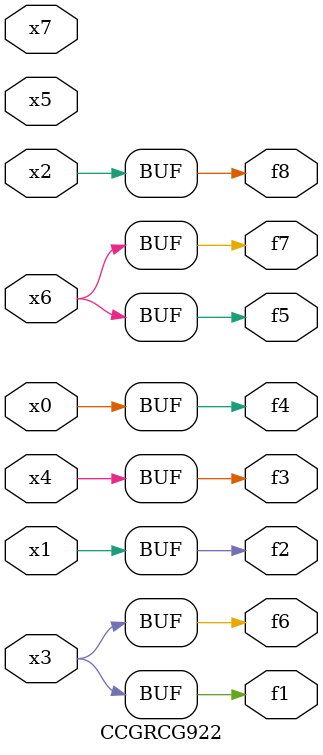
<source format=v>
module CCGRCG922(
	input x0, x1, x2, x3, x4, x5, x6, x7,
	output f1, f2, f3, f4, f5, f6, f7, f8
);
	assign f1 = x3;
	assign f2 = x1;
	assign f3 = x4;
	assign f4 = x0;
	assign f5 = x6;
	assign f6 = x3;
	assign f7 = x6;
	assign f8 = x2;
endmodule

</source>
